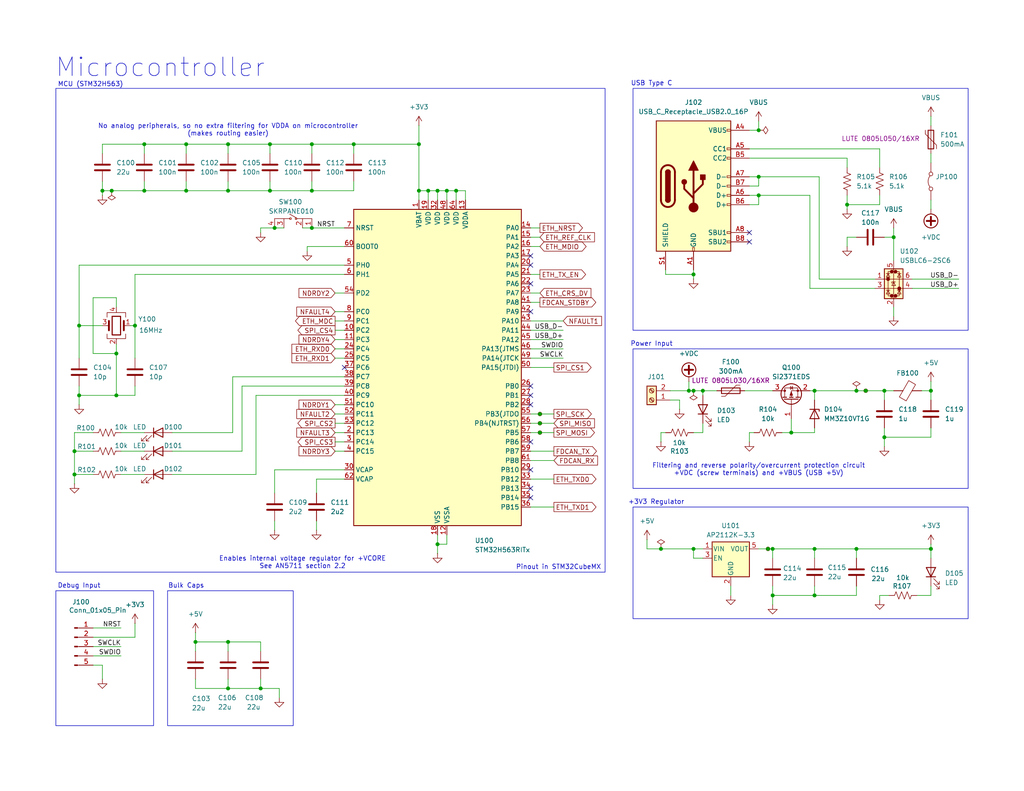
<source format=kicad_sch>
(kicad_sch (version 20250114) (generator "eeschema") (generator_version "9.0")
  (paper "USLetter")
  (title_block (title "Thermocouple Board") (date "2025-10-15") (rev "1A") (company "Aggie Propulsion and Rocketry Lab") (comment 1 "Drawn by: Nolan Poe") (comment 2 "Checked by: Daniel Fan"))
  (rectangle (start 172.72 138.43) (end 264.16 168.91))
  (rectangle (start 172.72 95.25) (end 264.16 133.35))
  (rectangle (start 172.72 24.13) (end 264.16 90.17))
  (rectangle (start 15.24 24.13) (end 165.1 156.21))
  (rectangle (start 45.72 161.29) (end 80.01 198.12))
  (rectangle (start 15.24 161.29) (end 41.91 198.12))
  (text "Microcontroller" (at 14.986 18.542 0) (effects (font (size 5.08 5.08)) (justify left)))
  (text "Debug Input" (at 21.59 160.02 0) (effects (font (size 1.27 1.27))))
  (text "Power Input" (at 177.8 93.98 0) (effects (font (size 1.27 1.27))))
  (text "+3V3 Regulator" (at 179.07 137.16 0) (effects (font (size 1.27 1.27))))
  (text "Pinout in STM32CubeMX" (at 152.4 154.94 0) (effects (font (size 1.27 1.27))))
  (text "Enables internal voltage regulator for +VCORE\nSee AN5711 section 2.2" (at 82.55 153.67 0) (effects (font (size 1.27 1.27))))
  (text "No analog peripherals, so no extra filtering for VDDA on microcontroller\n(makes routing easier)" (at 62.23 35.56 0) (effects (font (size 1.27 1.27))))
  (text "Bulk Caps" (at 50.8 160.02 0) (effects (font (size 1.27 1.27))))
  (text "Filtering and reverse polarity/overcurrent protection circuit\n+VDC (screw terminals) and +VBUS (USB +5V)" (at 207.01 128.27 0) (effects (font (size 1.27 1.27))))
  (text "USB Type C" (at 177.8 22.86 0) (effects (font (size 1.27 1.27))))
  (text "MCU (STM32H563)" (at 15.748 23.114 0) (effects (font (size 1.27 1.27)) (justify left)))
  (junction (at 31.75 107.95))
  (junction (at 241.3 106.68))
  (junction (at 36.83 88.9))
  (junction (at 191.77 106.68))
  (junction (at 254 106.68))
  (junction (at 20.32 123.19))
  (junction (at 124.46 52.07))
  (junction (at 116.84 52.07))
  (junction (at 114.3 39.37))
  (junction (at 85.09 52.07))
  (junction (at 243.84 64.77))
  (junction (at 50.8 39.37))
  (junction (at 21.59 107.95))
  (junction (at 39.37 52.07))
  (junction (at 147.32 115.57))
  (junction (at 209.55 149.86))
  (junction (at 222.25 162.56))
  (junction (at 71.12 187.96))
  (junction (at 210.82 162.56))
  (junction (at 27.94 52.07))
  (junction (at 231.14 55.88))
  (junction (at 31.75 96.52))
  (junction (at 96.52 39.37))
  (junction (at 180.34 149.86))
  (junction (at 207.01 35.56))
  (junction (at 119.38 52.07))
  (junction (at 147.32 113.03))
  (junction (at 222.25 149.86))
  (junction (at 121.92 52.07))
  (junction (at 147.32 118.11))
  (junction (at 222.25 106.68))
  (junction (at 85.09 62.23))
  (junction (at 62.23 175.26))
  (junction (at 189.23 74.93))
  (junction (at 30.48 52.07))
  (junction (at 119.38 148.59))
  (junction (at 53.34 175.26))
  (junction (at 85.09 39.37))
  (junction (at 207.01 48.26))
  (junction (at 254 149.86))
  (junction (at 215.9 118.11))
  (junction (at 39.37 39.37))
  (junction (at 62.23 52.07))
  (junction (at 62.23 187.96))
  (junction (at 210.82 149.86))
  (junction (at 62.23 39.37))
  (junction (at 241.3 119.38))
  (junction (at 233.68 106.68))
  (junction (at 114.3 52.07))
  (junction (at 189.23 106.68))
  (junction (at 50.8 52.07))
  (junction (at 187.96 106.68))
  (junction (at 73.66 52.07))
  (junction (at 233.68 149.86))
  (junction (at 20.32 129.54))
  (junction (at 73.66 39.37))
  (junction (at 207.01 53.34))
  (junction (at 74.93 62.23))
  (junction (at 189.23 149.86))
  (junction (at 236.22 106.68))
  (junction (at 21.59 88.9))
  (no_connect (at 93.98 100.33))
  (no_connect (at 204.47 63.5))
  (no_connect (at 204.47 66.04))
  (no_connect (at 144.78 110.49))
  (no_connect (at 144.78 85.09))
  (no_connect (at 144.78 133.35))
  (no_connect (at 144.78 120.65))
  (no_connect (at 144.78 107.95))
  (no_connect (at 144.78 69.85))
  (no_connect (at 144.78 135.89))
  (no_connect (at 144.78 105.41))
  (no_connect (at 144.78 77.47))
  (no_connect (at 144.78 72.39))
  (no_connect (at 144.78 128.27))
  (wire (pts (xy 21.59 107.95) (xy 31.75 107.95)))
  (wire (pts (xy 191.77 107.95) (xy 191.77 106.68)))
  (wire (pts (xy 248.92 76.2) (xy 261.62 76.2)))
  (wire (pts (xy 36.83 74.93) (xy 36.83 88.9)))
  (wire (pts (xy 119.38 52.07) (xy 119.38 54.61)))
  (wire (pts (xy 46.99 118.11) (xy 63.5 118.11)))
  (wire (pts (xy 181.61 118.11) (xy 180.34 118.11)))
  (wire (pts (xy 93.98 130.81) (xy 86.36 130.81)))
  (wire (pts (xy 62.23 52.07) (xy 62.23 49.53)))
  (wire (pts (xy 53.34 177.8) (xy 53.34 175.26)))
  (wire (pts (xy 20.32 118.11) (xy 20.32 123.19)))
  (wire (pts (xy 254 41.91) (xy 254 44.45)))
  (wire (pts (xy 240.03 162.56) (xy 242.57 162.56)))
  (wire (pts (xy 39.37 52.07) (xy 50.8 52.07)))
  (wire (pts (xy 231.14 43.18) (xy 231.14 45.72)))
  (wire (pts (xy 119.38 148.59) (xy 119.38 146.05)))
  (wire (pts (xy 204.47 48.26) (xy 207.01 48.26)))
  (wire (pts (xy 74.93 144.78) (xy 74.93 142.24)))
  (wire (pts (xy 21.59 105.41) (xy 21.59 107.95)))
  (wire (pts (xy 91.44 97.79) (xy 93.98 97.79)))
  (wire (pts (xy 254 57.15) (xy 254 54.61)))
  (wire (pts (xy 27.94 49.53) (xy 27.94 52.07)))
  (wire (pts (xy 71.12 187.96) (xy 76.2 187.96)))
  (wire (pts (xy 85.09 62.23) (xy 93.98 62.23)))
  (wire (pts (xy 73.66 39.37) (xy 73.66 41.91)))
  (wire (pts (xy 66.04 105.41) (xy 93.98 105.41)))
  (wire (pts (xy 124.46 52.07) (xy 124.46 54.61)))
  (wire (pts (xy 187.96 106.68) (xy 187.96 104.14)))
  (wire (pts (xy 151.13 125.73) (xy 144.78 125.73)))
  (wire (pts (xy 96.52 39.37) (xy 114.3 39.37)))
  (wire (pts (xy 254 148.59) (xy 254 149.86)))
  (wire (pts (xy 204.47 118.11) (xy 204.47 120.65)))
  (wire (pts (xy 91.44 110.49) (xy 93.98 110.49)))
  (wire (pts (xy 31.75 81.28) (xy 25.4 81.28)))
  (wire (pts (xy 50.8 52.07) (xy 50.8 49.53)))
  (wire (pts (xy 220.98 53.34) (xy 220.98 78.74)))
  (wire (pts (xy 209.55 149.86) (xy 210.82 149.86)))
  (wire (pts (xy 25.4 173.99) (xy 36.83 173.99)))
  (wire (pts (xy 21.59 110.49) (xy 21.59 107.95)))
  (wire (pts (xy 27.94 39.37) (xy 39.37 39.37)))
  (wire (pts (xy 231.14 53.34) (xy 231.14 55.88)))
  (wire (pts (xy 85.09 39.37) (xy 85.09 41.91)))
  (wire (pts (xy 248.92 78.74) (xy 261.62 78.74)))
  (wire (pts (xy 114.3 39.37) (xy 114.3 52.07)))
  (wire (pts (xy 240.03 40.64) (xy 240.03 45.72)))
  (wire (pts (xy 151.13 130.81) (xy 144.78 130.81)))
  (wire (pts (xy 254 106.68) (xy 254 109.22)))
  (wire (pts (xy 151.13 115.57) (xy 147.32 115.57)))
  (wire (pts (xy 210.82 160.02) (xy 210.82 162.56)))
  (wire (pts (xy 222.25 118.11) (xy 222.25 116.84)))
  (wire (pts (xy 176.53 149.86) (xy 180.34 149.86)))
  (wire (pts (xy 207.01 33.02) (xy 207.01 35.56)))
  (wire (pts (xy 144.78 92.71) (xy 153.67 92.71)))
  (wire (pts (xy 63.5 102.87) (xy 93.98 102.87)))
  (wire (pts (xy 241.3 64.77) (xy 243.84 64.77)))
  (wire (pts (xy 124.46 52.07) (xy 121.92 52.07)))
  (wire (pts (xy 204.47 53.34) (xy 207.01 53.34)))
  (wire (pts (xy 127 54.61) (xy 127 52.07)))
  (wire (pts (xy 147.32 113.03) (xy 144.78 113.03)))
  (wire (pts (xy 210.82 149.86) (xy 222.25 149.86)))
  (wire (pts (xy 27.94 39.37) (xy 27.94 41.91)))
  (wire (pts (xy 53.34 187.96) (xy 62.23 187.96)))
  (wire (pts (xy 39.37 52.07) (xy 39.37 49.53)))
  (wire (pts (xy 231.14 55.88) (xy 231.14 57.15)))
  (wire (pts (xy 114.3 52.07) (xy 114.3 54.61)))
  (wire (pts (xy 243.84 62.23) (xy 243.84 64.77)))
  (wire (pts (xy 83.82 67.31) (xy 93.98 67.31)))
  (wire (pts (xy 119.38 151.13) (xy 119.38 148.59)))
  (wire (pts (xy 74.93 128.27) (xy 74.93 134.62)))
  (wire (pts (xy 69.85 107.95) (xy 93.98 107.95)))
  (wire (pts (xy 50.8 39.37) (xy 62.23 39.37)))
  (wire (pts (xy 254 162.56) (xy 254 160.02)))
  (wire (pts (xy 210.82 162.56) (xy 222.25 162.56)))
  (wire (pts (xy 50.8 39.37) (xy 50.8 41.91)))
  (wire (pts (xy 85.09 52.07) (xy 85.09 49.53)))
  (wire (pts (xy 27.94 52.07) (xy 30.48 52.07)))
  (wire (pts (xy 50.8 52.07) (xy 62.23 52.07)))
  (wire (pts (xy 210.82 162.56) (xy 210.82 165.1)))
  (wire (pts (xy 222.25 106.68) (xy 222.25 109.22)))
  (wire (pts (xy 243.84 64.77) (xy 243.84 71.12)))
  (wire (pts (xy 36.83 88.9) (xy 36.83 97.79)))
  (wire (pts (xy 121.92 52.07) (xy 121.92 54.61)))
  (wire (pts (xy 189.23 152.4) (xy 189.23 149.86)))
  (wire (pts (xy 151.13 100.33) (xy 144.78 100.33)))
  (wire (pts (xy 39.37 41.91) (xy 39.37 39.37)))
  (wire (pts (xy 25.4 81.28) (xy 25.4 96.52)))
  (wire (pts (xy 39.37 39.37) (xy 50.8 39.37)))
  (wire (pts (xy 147.32 115.57) (xy 144.78 115.57)))
  (wire (pts (xy 91.44 120.65) (xy 93.98 120.65)))
  (wire (pts (xy 215.9 118.11) (xy 222.25 118.11)))
  (wire (pts (xy 207.01 55.88) (xy 207.01 53.34)))
  (wire (pts (xy 31.75 83.82) (xy 31.75 81.28)))
  (wire (pts (xy 91.44 80.01) (xy 93.98 80.01)))
  (wire (pts (xy 210.82 149.86) (xy 210.82 152.4)))
  (wire (pts (xy 223.52 76.2) (xy 238.76 76.2)))
  (wire (pts (xy 21.59 72.39) (xy 21.59 88.9)))
  (wire (pts (xy 127 52.07) (xy 124.46 52.07)))
  (wire (pts (xy 62.23 52.07) (xy 73.66 52.07)))
  (wire (pts (xy 233.68 149.86) (xy 254 149.86)))
  (wire (pts (xy 116.84 52.07) (xy 114.3 52.07)))
  (wire (pts (xy 71.12 62.23) (xy 74.93 62.23)))
  (wire (pts (xy 62.23 175.26) (xy 71.12 175.26)))
  (wire (pts (xy 251.46 106.68) (xy 254 106.68)))
  (wire (pts (xy 144.78 62.23) (xy 147.32 62.23)))
  (wire (pts (xy 66.04 105.41) (xy 66.04 123.19)))
  (wire (pts (xy 233.68 162.56) (xy 233.68 160.02)))
  (wire (pts (xy 181.61 74.93) (xy 181.61 73.66)))
  (wire (pts (xy 222.25 149.86) (xy 222.25 152.4)))
  (wire (pts (xy 250.19 162.56) (xy 254 162.56)))
  (wire (pts (xy 207.01 50.8) (xy 207.01 48.26)))
  (wire (pts (xy 151.13 113.03) (xy 147.32 113.03)))
  (wire (pts (xy 27.94 181.61) (xy 27.94 185.42)))
  (wire (pts (xy 71.12 62.23) (xy 71.12 63.5)))
  (wire (pts (xy 144.78 82.55) (xy 147.32 82.55)))
  (wire (pts (xy 91.44 123.19) (xy 93.98 123.19)))
  (wire (pts (xy 189.23 106.68) (xy 191.77 106.68)))
  (wire (pts (xy 121.92 148.59) (xy 119.38 148.59)))
  (wire (pts (xy 91.44 87.63) (xy 93.98 87.63)))
  (wire (pts (xy 191.77 118.11) (xy 189.23 118.11)))
  (wire (pts (xy 69.85 129.54) (xy 69.85 107.95)))
  (wire (pts (xy 215.9 114.3) (xy 215.9 118.11)))
  (wire (pts (xy 91.44 95.25) (xy 93.98 95.25)))
  (wire (pts (xy 243.84 83.82) (xy 243.84 86.36)))
  (wire (pts (xy 153.67 97.79) (xy 144.78 97.79)))
  (wire (pts (xy 85.09 52.07) (xy 96.52 52.07)))
  (wire (pts (xy 231.14 64.77) (xy 231.14 67.31)))
  (wire (pts (xy 91.44 115.57) (xy 93.98 115.57)))
  (wire (pts (xy 91.44 113.03) (xy 93.98 113.03)))
  (wire (pts (xy 144.78 90.17) (xy 153.67 90.17)))
  (wire (pts (xy 215.9 118.11) (xy 213.36 118.11)))
  (wire (pts (xy 62.23 39.37) (xy 62.23 41.91)))
  (wire (pts (xy 207.01 53.34) (xy 220.98 53.34)))
  (wire (pts (xy 121.92 52.07) (xy 119.38 52.07)))
  (wire (pts (xy 73.66 52.07) (xy 73.66 49.53)))
  (wire (pts (xy 73.66 52.07) (xy 85.09 52.07)))
  (wire (pts (xy 35.56 88.9) (xy 36.83 88.9)))
  (wire (pts (xy 21.59 88.9) (xy 27.94 88.9)))
  (wire (pts (xy 46.99 129.54) (xy 69.85 129.54)))
  (wire (pts (xy 147.32 80.01) (xy 144.78 80.01)))
  (wire (pts (xy 241.3 119.38) (xy 241.3 116.84)))
  (wire (pts (xy 33.02 129.54) (xy 39.37 129.54)))
  (wire (pts (xy 199.39 162.56) (xy 199.39 160.02)))
  (wire (pts (xy 191.77 152.4) (xy 189.23 152.4)))
  (wire (pts (xy 207.01 149.86) (xy 209.55 149.86)))
  (wire (pts (xy 86.36 144.78) (xy 86.36 142.24)))
  (wire (pts (xy 31.75 96.52) (xy 31.75 107.95)))
  (wire (pts (xy 189.23 73.66) (xy 189.23 74.93)))
  (wire (pts (xy 62.23 39.37) (xy 73.66 39.37)))
  (wire (pts (xy 25.4 176.53) (xy 33.02 176.53)))
  (wire (pts (xy 36.83 74.93) (xy 93.98 74.93)))
  (wire (pts (xy 189.23 74.93) (xy 189.23 76.2)))
  (wire (pts (xy 220.98 106.68) (xy 222.25 106.68)))
  (wire (pts (xy 233.68 149.86) (xy 222.25 149.86)))
  (wire (pts (xy 53.34 185.42) (xy 53.34 187.96)))
  (wire (pts (xy 116.84 54.61) (xy 116.84 52.07)))
  (wire (pts (xy 204.47 35.56) (xy 207.01 35.56)))
  (wire (pts (xy 91.44 92.71) (xy 93.98 92.71)))
  (wire (pts (xy 182.88 109.22) (xy 185.42 109.22)))
  (wire (pts (xy 31.75 96.52) (xy 31.75 93.98)))
  (wire (pts (xy 96.52 39.37) (xy 96.52 41.91)))
  (wire (pts (xy 21.59 72.39) (xy 93.98 72.39)))
  (wire (pts (xy 180.34 118.11) (xy 180.34 120.65)))
  (wire (pts (xy 147.32 67.31) (xy 144.78 67.31)))
  (wire (pts (xy 62.23 185.42) (xy 62.23 187.96)))
  (wire (pts (xy 83.82 67.31) (xy 83.82 68.58)))
  (wire (pts (xy 82.55 62.23) (xy 85.09 62.23)))
  (wire (pts (xy 121.92 146.05) (xy 121.92 148.59)))
  (wire (pts (xy 21.59 88.9) (xy 21.59 97.79)))
  (wire (pts (xy 73.66 39.37) (xy 85.09 39.37)))
  (wire (pts (xy 76.2 190.5) (xy 76.2 187.96)))
  (wire (pts (xy 71.12 185.42) (xy 71.12 187.96)))
  (wire (pts (xy 30.48 52.07) (xy 39.37 52.07)))
  (wire (pts (xy 151.13 138.43) (xy 144.78 138.43)))
  (wire (pts (xy 91.44 85.09) (xy 93.98 85.09)))
  (wire (pts (xy 62.23 175.26) (xy 62.23 177.8)))
  (wire (pts (xy 147.32 64.77) (xy 144.78 64.77)))
  (wire (pts (xy 20.32 123.19) (xy 20.32 129.54)))
  (wire (pts (xy 20.32 118.11) (xy 25.4 118.11)))
  (wire (pts (xy 25.4 179.07) (xy 33.02 179.07)))
  (wire (pts (xy 233.68 106.68) (xy 236.22 106.68)))
  (wire (pts (xy 74.93 62.23) (xy 77.47 62.23)))
  (wire (pts (xy 147.32 74.93) (xy 144.78 74.93)))
  (wire (pts (xy 153.67 95.25) (xy 144.78 95.25)))
  (wire (pts (xy 63.5 118.11) (xy 63.5 102.87)))
  (wire (pts (xy 254 31.75) (xy 254 34.29)))
  (wire (pts (xy 86.36 130.81) (xy 86.36 134.62)))
  (wire (pts (xy 220.98 78.74) (xy 238.76 78.74)))
  (wire (pts (xy 254 104.14) (xy 254 106.68)))
  (wire (pts (xy 62.23 187.96) (xy 71.12 187.96)))
  (wire (pts (xy 241.3 121.92) (xy 241.3 119.38)))
  (wire (pts (xy 222.25 106.68) (xy 233.68 106.68)))
  (wire (pts (xy 31.75 107.95) (xy 36.83 107.95)))
  (wire (pts (xy 233.68 149.86) (xy 233.68 152.4)))
  (wire (pts (xy 231.14 64.77) (xy 233.68 64.77)))
  (wire (pts (xy 20.32 132.08) (xy 20.32 129.54)))
  (wire (pts (xy 20.32 129.54) (xy 25.4 129.54)))
  (wire (pts (xy 91.44 118.11) (xy 93.98 118.11)))
  (wire (pts (xy 254 119.38) (xy 254 116.84)))
  (wire (pts (xy 25.4 171.45) (xy 33.02 171.45)))
  (wire (pts (xy 254 152.4) (xy 254 149.86)))
  (wire (pts (xy 27.94 53.34) (xy 27.94 52.07)))
  (wire (pts (xy 180.34 149.86) (xy 189.23 149.86)))
  (wire (pts (xy 240.03 163.83) (xy 240.03 162.56)))
  (wire (pts (xy 222.25 160.02) (xy 222.25 162.56)))
  (wire (pts (xy 96.52 52.07) (xy 96.52 49.53)))
  (wire (pts (xy 36.83 173.99) (xy 36.83 170.18)))
  (wire (pts (xy 74.93 128.27) (xy 93.98 128.27)))
  (wire (pts (xy 91.44 90.17) (xy 93.98 90.17)))
  (wire (pts (xy 189.23 149.86) (xy 191.77 149.86)))
  (wire (pts (xy 85.09 39.37) (xy 96.52 39.37)))
  (wire (pts (xy 33.02 123.19) (xy 39.37 123.19)))
  (wire (pts (xy 222.25 162.56) (xy 233.68 162.56)))
  (wire (pts (xy 204.47 40.64) (xy 240.03 40.64)))
  (wire (pts (xy 53.34 175.26) (xy 53.34 172.72)))
  (wire (pts (xy 27.94 181.61) (xy 25.4 181.61)))
  (wire (pts (xy 207.01 48.26) (xy 223.52 48.26)))
  (wire (pts (xy 204.47 55.88) (xy 207.01 55.88)))
  (wire (pts (xy 153.67 87.63) (xy 144.78 87.63)))
  (wire (pts (xy 236.22 106.68) (xy 241.3 106.68)))
  (wire (pts (xy 151.13 118.11) (xy 147.32 118.11)))
  (wire (pts (xy 210.82 106.68) (xy 203.2 106.68)))
  (wire (pts (xy 33.02 118.11) (xy 39.37 118.11)))
  (wire (pts (xy 176.53 149.86) (xy 176.53 147.32)))
  (wire (pts (xy 185.42 109.22) (xy 185.42 111.76)))
  (wire (pts (xy 71.12 177.8) (xy 71.12 175.26)))
  (wire (pts (xy 241.3 119.38) (xy 254 119.38)))
  (wire (pts (xy 114.3 39.37) (xy 114.3 34.29)))
  (wire (pts (xy 204.47 43.18) (xy 231.14 43.18)))
  (wire (pts (xy 231.14 55.88) (xy 240.03 55.88)))
  (wire (pts (xy 20.32 123.19) (xy 25.4 123.19)))
  (wire (pts (xy 182.88 106.68) (xy 187.96 106.68)))
  (wire (pts (xy 204.47 50.8) (xy 207.01 50.8)))
  (wire (pts (xy 46.99 123.19) (xy 66.04 123.19)))
  (wire (pts (xy 119.38 52.07) (xy 116.84 52.07)))
  (wire (pts (xy 243.84 106.68) (xy 241.3 106.68)))
  (wire (pts (xy 205.74 118.11) (xy 204.47 118.11)))
  (wire (pts (xy 223.52 48.26) (xy 223.52 76.2)))
  (wire (pts (xy 151.13 123.19) (xy 144.78 123.19)))
  (wire (pts (xy 241.3 106.68) (xy 241.3 109.22)))
  (wire (pts (xy 147.32 118.11) (xy 144.78 118.11)))
  (wire (pts (xy 25.4 96.52) (xy 31.75 96.52)))
  (wire (pts (xy 240.03 55.88) (xy 240.03 53.34)))
  (wire (pts (xy 191.77 115.57) (xy 191.77 118.11)))
  (wire (pts (xy 36.83 107.95) (xy 36.83 105.41)))
  (wire (pts (xy 53.34 175.26) (xy 62.23 175.26)))
  (wire (pts (xy 181.61 74.93) (xy 189.23 74.93)))
  (wire (pts (xy 191.77 106.68) (xy 195.58 106.68)))
  (wire (pts (xy 187.96 106.68) (xy 189.23 106.68)))
  (label "SWCLK" (at 153.67 97.79 180))
  (label "SWDIO" (at 153.67 95.25 180))
  (label "USB_D-" (at 261.62 76.2 180))
  (label "USB_D-" (at 153.67 90.17 180))
  (label "SWCLK" (at 33.02 176.53 180))
  (label "USB_D+" (at 261.62 78.74 180))
  (label "NRST" (at 91.44 62.23 180))
  (label "USB_D+" (at 153.67 92.71 180))
  (label "SWDIO" (at 33.02 179.07 180))
  (label "NRST" (at 33.02 171.45 180))
  (global_label "SPI_CS1" (shape output) (at 151.13 100.33 0) (property "Intersheetrefs" "${INTERSHEET_REFS}" (effects (hide yes))))
  (global_label "ETH_TXD1" (shape output) (at 151.13 138.43 0) (property "Intersheetrefs" "${INTERSHEET_REFS}" (effects (hide yes))))
  (global_label "NFAULT1" (shape input) (at 153.67 87.63 0) (property "Intersheetrefs" "${INTERSHEET_REFS}" (effects (hide yes))))
  (global_label "ETH_TXD0" (shape output) (at 151.13 130.81 0) (property "Intersheetrefs" "${INTERSHEET_REFS}" (effects (hide yes))))
  (global_label "NFAULT2" (shape input) (at 91.44 113.03 180) (property "Intersheetrefs" "${INTERSHEET_REFS}" (effects (hide yes))))
  (global_label "SPI_SCK" (shape output) (at 151.13 113.03 0) (property "Intersheetrefs" "${INTERSHEET_REFS}" (effects (hide yes))))
  (global_label "FDCAN_STDBY" (shape output) (at 147.32 82.55 0) (property "Intersheetrefs" "${INTERSHEET_REFS}" (effects (hide yes))))
  (global_label "ETH_RXD0" (shape input) (at 91.44 95.25 180) (property "Intersheetrefs" "${INTERSHEET_REFS}" (effects (hide yes))))
  (global_label "ETH_MDC" (shape output) (at 91.44 87.63 180) (property "Intersheetrefs" "${INTERSHEET_REFS}" (effects (hide yes))))
  (global_label "NFAULT3" (shape input) (at 91.44 118.11 180) (property "Intersheetrefs" "${INTERSHEET_REFS}" (effects (hide yes))))
  (global_label "SPI_MISO" (shape input) (at 151.13 115.57 0) (property "Intersheetrefs" "${INTERSHEET_REFS}" (effects (hide yes))))
  (global_label "NDRDY4" (shape input) (at 91.44 92.71 180) (property "Intersheetrefs" "${INTERSHEET_REFS}" (effects (hide yes))))
  (global_label "ETH_TX_EN" (shape output) (at 147.32 74.93 0) (property "Intersheetrefs" "${INTERSHEET_REFS}" (effects (hide yes))))
  (global_label "FDCAN_RX" (shape input) (at 151.13 125.73 0) (property "Intersheetrefs" "${INTERSHEET_REFS}" (effects (hide yes))))
  (global_label "SPI_CS4" (shape output) (at 91.44 90.17 180) (property "Intersheetrefs" "${INTERSHEET_REFS}" (effects (hide yes))))
  (global_label "SPI_CS3" (shape output) (at 91.44 120.65 180) (property "Intersheetrefs" "${INTERSHEET_REFS}" (effects (hide yes))))
  (global_label "ETH_MDIO" (shape bidirectional) (at 147.32 67.31 0) (property "Intersheetrefs" "${INTERSHEET_REFS}" (effects (hide yes))))
  (global_label "NDRDY3" (shape input) (at 91.44 123.19 180) (property "Intersheetrefs" "${INTERSHEET_REFS}" (effects (hide yes))))
  (global_label "SPI_MOSI" (shape output) (at 151.13 118.11 0) (property "Intersheetrefs" "${INTERSHEET_REFS}" (effects (hide yes))))
  (global_label "NDRDY2" (shape input) (at 91.44 80.01 180) (property "Intersheetrefs" "${INTERSHEET_REFS}" (effects (hide yes))))
  (global_label "FDCAN_TX" (shape output) (at 151.13 123.19 0) (property "Intersheetrefs" "${INTERSHEET_REFS}" (effects (hide yes))))
  (global_label "NFAULT4" (shape input) (at 91.44 85.09 180) (property "Intersheetrefs" "${INTERSHEET_REFS}" (effects (hide yes))))
  (global_label "NDRDY1" (shape input) (at 91.44 110.49 180) (property "Intersheetrefs" "${INTERSHEET_REFS}" (effects (hide yes))))
  (global_label "ETH_REF_CLK" (shape input) (at 147.32 64.77 0) (property "Intersheetrefs" "${INTERSHEET_REFS}" (effects (hide yes))))
  (global_label "SPI_CS2" (shape output) (at 91.44 115.57 180) (property "Intersheetrefs" "${INTERSHEET_REFS}" (effects (hide yes))))
  (global_label "ETH_NRST" (shape output) (at 147.32 62.23 0) (property "Intersheetrefs" "${INTERSHEET_REFS}" (effects (hide yes))))
  (global_label "ETH_RXD1" (shape input) (at 91.44 97.79 180) (property "Intersheetrefs" "${INTERSHEET_REFS}" (effects (hide yes))))
  (global_label "ETH_CRS_DV" (shape input) (at 147.32 80.01 0) (property "Intersheetrefs" "${INTERSHEET_REFS}" (effects (hide yes))))
  (symbol (lib_id "Device:C") (at 233.68 156.21 180) (unit 1)
    (property "Reference" "C116" (at 237.49 155.448 0) (effects (justify right)))
    (property "Value" "22u" (at 237.744 157.988 0) (effects (justify right)))
    (property "Footprint" "Capacitor_SMD:C_0805_2012Metric" (effects (hide yes)))
    (property "Description" "Unpolarized capacitor" (effects (hide yes)))
    (property "LCSC" "C602037" (effects (hide yes)))
  )
  (symbol (lib_id "Device:C") (at 50.8 45.72 0) (unit 1)
    (property "Reference" "C102" (at 54.61 44.4499 0) (effects (justify left)))
    (property "Value" "100n" (at 54.61 46.9899 0) (effects (justify left)))
    (property "Footprint" "Capacitor_SMD:C_0402_1005Metric" (effects (hide yes)))
    (property "Description" "Unpolarized capacitor" (effects (hide yes)))
    (property "LCSC" "C1525" (effects (hide yes)))
  )
  (symbol (lib_id "Jumper:Jumper_2_Bridged") (at 254 49.53 90) (unit 1)
    (property "Reference" "JP100" (at 255.27 48.2599 90) (effects (justify right)))
    (property "Value" "Jumper_2_Bridged" (effects (hide yes)))
    (property "Footprint" "Connector_PinHeader_2.54mm:PinHeader_1x02_P2.54mm_Vertical" (effects (hide yes)))
    (property "Description" "Jumper, 2-pole, closed/bridged" (effects (hide yes)))
    (property "LCSC" "C2337" (effects (hide yes)))
  )
  (symbol (lib_id "Device:C") (at 96.52 45.72 0) (unit 1)
    (property "Reference" "C113" (at 100.33 44.4499 0) (effects (justify left)))
    (property "Value" "100n" (at 100.33 46.9899 0) (effects (justify left)))
    (property "Footprint" "Capacitor_SMD:C_0402_1005Metric" (effects (hide yes)))
    (property "Description" "Unpolarized capacitor" (effects (hide yes)))
    (property "LCSC" "C1525" (effects (hide yes)))
  )
  (symbol (lib_id "power:GND") (at 185.42 111.76 0) (unit 1)
    (property "Reference" "#PWR0115" (effects (hide yes)))
    (property "Value" "GND" (effects (hide yes)))
    (property "Description" "Power symbol creates a global label with name \"GND\" , ground" (effects (hide yes)))
  )
  (symbol (lib_id "power:+5V") (at 53.34 172.72 0) (unit 1)
    (property "Reference" "#PWR0103" (effects (hide yes)))
    (property "Value" "+5V" (at 53.34 167.64 0))
    (property "Description" "Power symbol creates a global label with name \"+5V\"" (effects (hide yes)))
  )
  (symbol (lib_id "Device:LED") (at 254 156.21 90) (unit 1)
    (property "Reference" "D105" (at 257.81 156.5274 90) (effects (justify right)))
    (property "Value" "LED" (at 257.81 159.0674 90) (effects (justify right)))
    (property "Footprint" "LED_SMD:LED_0402_1005Metric" (effects (hide yes)))
    (property "Description" "Light emitting diode" (effects (hide yes)))
    (property "Sim.Pins" "1=K 2=A" (effects (hide yes)))
    (property "LCSC" "C965793" (effects (hide yes)))
  )
  (symbol (lib_id "power:GND") (at 119.38 151.13 0) (unit 1)
    (property "Reference" "#PWR0112" (effects (hide yes)))
    (property "Value" "GND" (effects (hide yes)))
    (property "Description" "Power symbol creates a global label with name \"GND\" , ground" (effects (hide yes)))
  )
  (symbol (lib_id "power:GND") (at 74.93 144.78 0) (unit 1)
    (property "Reference" "#PWR0106" (effects (hide yes)))
    (property "Value" "GND" (effects (hide yes)))
    (property "Description" "Power symbol creates a global label with name \"GND\" , ground" (effects (hide yes)))
  )
  (symbol (lib_id "power:+5V") (at 176.53 147.32 0) (unit 1)
    (property "Reference" "#PWR0113" (effects (hide yes)))
    (property "Value" "+5V" (at 176.53 142.24 0))
    (property "Description" "Power symbol creates a global label with name \"+5V\"" (effects (hide yes)))
  )
  (symbol (lib_id "power:GND") (at 20.32 132.08 0) (unit 1)
    (property "Reference" "#PWR0111" (effects (hide yes)))
    (property "Value" "GND" (effects (hide yes)))
    (property "Description" "Power symbol creates a global label with name \"GND\" , ground" (effects (hide yes)))
  )
  (symbol (lib_id "Device:C") (at 39.37 45.72 0) (unit 1)
    (property "Reference" "C101" (at 43.18 44.4499 0) (effects (justify left)))
    (property "Value" "100n" (at 43.18 46.9899 0) (effects (justify left)))
    (property "Footprint" "Capacitor_SMD:C_0402_1005Metric" (effects (hide yes)))
    (property "Description" "Unpolarized capacitor" (effects (hide yes)))
    (property "LCSC" "C1525" (effects (hide yes)))
  )
  (symbol (lib_id "power:PWR_FLAG") (at 180.34 149.86 0) (unit 1)
    (property "Reference" "#FLG0101" (effects (hide yes)))
    (property "Value" "PWR_FLAG" (effects (hide yes)))
    (property "Description" "Special symbol for telling ERC where power comes from" (effects (hide yes)))
  )
  (symbol (lib_id "Device:C") (at 21.59 101.6 0) (unit 1)
    (property "Reference" "C104" (at 25.4 100.3299 0) (effects (justify left)))
    (property "Value" "10p" (at 25.4 102.8699 0) (effects (justify left)))
    (property "Footprint" "Capacitor_SMD:C_0402_1005Metric" (effects (hide yes)))
    (property "Description" "Unpolarized capacitor" (effects (hide yes)))
    (property "LCSC" "C32949" (effects (hide yes)))
  )
  (symbol (lib_id "power:+5V") (at 254 104.14 0) (unit 1)
    (property "Reference" "#PWR0131" (effects (hide yes)))
    (property "Value" "+5V" (at 254 99.06 0))
    (property "Description" "Power symbol creates a global label with name \"+5V\"" (effects (hide yes)))
  )
  (symbol (lib_id "power:+VDC") (at 187.96 104.14 0) (unit 1)
    (property "Reference" "#PWR0117" (effects (hide yes)))
    (property "Value" "+VDC" (at 187.96 96.52 0))
    (property "Description" "Power symbol creates a global label with name \"+VDC\"" (effects (hide yes)))
  )
  (symbol (lib_id "power:PWR_FLAG") (at 207.01 35.56 270) (unit 1)
    (property "Reference" "#FLG0103" (effects (hide yes)))
    (property "Value" "PWR_FLAG" (effects (hide yes)))
    (property "Description" "Special symbol for telling ERC where power comes from" (effects (hide yes)))
  )
  (symbol (lib_id "Device:C") (at 222.25 156.21 180) (unit 1)
    (property "Reference" "C115" (at 225.806 154.94 0) (effects (justify right)))
    (property "Value" "22u" (at 225.806 157.48 0) (effects (justify right)))
    (property "Footprint" "Capacitor_SMD:C_0805_2012Metric" (effects (hide yes)))
    (property "Description" "Unpolarized capacitor" (effects (hide yes)))
    (property "LCSC" "C602037" (effects (hide yes)))
  )
  (symbol (lib_id "power:+3V3") (at 36.83 170.18 0) (unit 1)
    (property "Reference" "#PWR0102" (effects (hide yes)))
    (property "Value" "+3V3" (at 36.83 165.1 0))
    (property "Description" "Power symbol creates a global label with name \"+3V3\"" (effects (hide yes)))
  )
  (symbol (lib_id "power:VBUS") (at 243.84 62.23 0) (unit 1)
    (property "Reference" "#PWR0127" (effects (hide yes)))
    (property "Value" "VBUS" (at 243.84 57.15 0))
    (property "Description" "Power symbol creates a global label with name \"VBUS\"" (effects (hide yes)))
  )
  (symbol (lib_id "power:+3V3") (at 114.3 34.29 0) (unit 1)
    (property "Reference" "#PWR0110" (effects (hide yes)))
    (property "Value" "+3V3" (at 114.3 29.21 0))
    (property "Description" "Power symbol creates a global label with name \"+3V3\"" (effects (hide yes)))
  )
  (symbol (lib_id "Device:C") (at 62.23 181.61 180) (unit 1)
    (property "Reference" "C106" (at 59.436 190.5 0) (effects (justify right)))
    (property "Value" "22u" (at 59.436 193.04 0) (effects (justify right)))
    (property "Footprint" "Capacitor_SMD:C_0805_2012Metric" (effects (hide yes)))
    (property "Description" "Unpolarized capacitor" (effects (hide yes)))
    (property "LCSC" "C602037" (effects (hide yes)))
  )
  (symbol (lib_id "Connector:TestPoint_Small") (at 147.32 115.57 0) (unit 1) (in_bom no)
    (property "Reference" "TP101" (effects (hide yes)))
    (property "Value" "TestPoint_Small" (effects (hide yes)))
    (property "Footprint" "Library:TestPoint_Pad_D1.0mm" (effects (hide yes)))
    (property "Description" "test point" (effects (hide yes)))
  )
  (symbol (lib_id "Device:LED") (at 43.18 123.19 0) (unit 1)
    (property "Reference" "D101" (at 47.244 121.666 0))
    (property "Value" "LED" (at 38.1 121.666 0))
    (property "Footprint" "LED_SMD:LED_0402_1005Metric" (effects (hide yes)))
    (property "Description" "Light emitting diode" (effects (hide yes)))
    (property "Sim.Pins" "1=K 2=A" (effects (hide yes)))
    (property "LCSC" "C965793" (effects (hide yes)))
  )
  (symbol (lib_id "Device:R_US") (at 185.42 118.11 270) (unit 1)
    (property "Reference" "R103" (at 187.96 123.19 90) (effects (justify right)))
    (property "Value" "10k" (at 187.198 120.904 90) (effects (justify right)))
    (property "Footprint" "Resistor_SMD:R_0402_1005Metric" (effects (hide yes)))
    (property "Description" "Resistor, US symbol" (effects (hide yes)))
    (property "LCSC" "C105875" (effects (hide yes)))
  )
  (symbol (lib_id "Device:C") (at 85.09 45.72 0) (unit 1)
    (property "Reference" "C112" (at 88.9 44.4499 0) (effects (justify left)))
    (property "Value" "100n" (at 88.9 46.9899 0) (effects (justify left)))
    (property "Footprint" "Capacitor_SMD:C_0402_1005Metric" (effects (hide yes)))
    (property "Description" "Unpolarized capacitor" (effects (hide yes)))
    (property "LCSC" "C1525" (effects (hide yes)))
  )
  (symbol (lib_id "power:VBUS") (at 254 31.75 0) (unit 1)
    (property "Reference" "#PWR0129" (effects (hide yes)))
    (property "Value" "VBUS" (at 254 26.67 0))
    (property "Description" "Power symbol creates a global label with name \"VBUS\"" (effects (hide yes)))
  )
  (symbol (lib_id "Connector:USB_C_Receptacle_USB2.0_16P") (at 189.23 50.8 0) (unit 1)
    (property "Reference" "J102" (at 189.23 27.94 0))
    (property "Value" "USB_C_Receptacle_USB2.0_16P" (at 189.23 30.48 0))
    (property "Footprint" "Library:USB_C_Receptacle_HRO_TYPE-C-31-M-12" (effects (hide yes)))
    (property "Datasheet" "https://www.usb.org/sites/default/files/documents/usb_type-c.zip" (effects (hide yes)))
    (property "Description" "USB 2.0-only 16P Type-C Receptacle connector" (effects (hide yes)))
    (property "LCSC" "C165948" (effects (hide yes)))
  )
  (symbol (lib_id "Device:R_US") (at 29.21 129.54 90) (unit 1)
    (property "Reference" "R102" (at 21.082 128.27 90) (effects (justify right)))
    (property "Value" "10k" (at 31.242 128.016 90) (effects (justify right)))
    (property "Footprint" "Resistor_SMD:R_0402_1005Metric" (effects (hide yes)))
    (property "Description" "Resistor, US symbol" (effects (hide yes)))
    (property "LCSC" "C105875" (effects (hide yes)))
  )
  (symbol (lib_id "Device:C") (at 71.12 181.61 180) (unit 1)
    (property "Reference" "C108" (at 66.802 190.5 0) (effects (justify right)))
    (property "Value" "22u" (at 67.31 193.04 0) (effects (justify right)))
    (property "Footprint" "Capacitor_SMD:C_0805_2012Metric" (effects (hide yes)))
    (property "Description" "Unpolarized capacitor" (effects (hide yes)))
    (property "LCSC" "C602037" (effects (hide yes)))
  )
  (symbol (lib_id "MCU_ST_STM32H5:STM32H563RITx") (at 119.38 100.33 0) (unit 1)
    (property "Reference" "U100" (at 129.54 147.574 0) (effects (justify left)))
    (property "Value" "STM32H563RITx" (at 129.54 150.114 0) (effects (justify left)))
    (property "Footprint" "Package_QFP:LQFP-64_10x10mm_P0.5mm" (effects (hide yes)))
    (property "Datasheet" "https://www.st.com/resource/en/datasheet/stm32h563ri.pdf" (effects (hide yes)))
    (property "Description" "STMicroelectronics Arm Cortex-M33 MCU, 2048KB flash, 640KB RAM, 250 MHz, 1.62-3.6V, 49 GPIO, LQFP64" (effects (hide yes)))
    (property "LCSC" "C20619634" (effects (hide yes)))
  )
  (symbol (lib_id "power:GND") (at 76.2 190.5 0) (unit 1)
    (property "Reference" "#PWR0107" (effects (hide yes)))
    (property "Value" "GND" (effects (hide yes)))
    (property "Description" "Power symbol creates a global label with name \"GND\" , ground" (effects (hide yes)))
  )
  (symbol (lib_id "Device:LED") (at 191.77 111.76 90) (unit 1)
    (property "Reference" "D103" (at 195.58 112.0774 90) (effects (justify right)))
    (property "Value" "LED" (at 195.58 114.6174 90) (effects (justify right)))
    (property "Footprint" "LED_SMD:LED_0402_1005Metric" (effects (hide yes)))
    (property "Description" "Light emitting diode" (effects (hide yes)))
    (property "Sim.Pins" "1=K 2=A" (effects (hide yes)))
    (property "LCSC" "C965793" (effects (hide yes)))
  )
  (symbol (lib_id "Connector:TestPoint_Small") (at 209.55 149.86 0) (unit 1) (in_bom no)
    (property "Reference" "TP104" (effects (hide yes)))
    (property "Value" "TestPoint_Small" (effects (hide yes)))
    (property "Footprint" "Library:TestPoint_Pad_D1.0mm" (effects (hide yes)))
    (property "Description" "test point" (effects (hide yes)))
  )
  (symbol (lib_id "Device:Crystal_GND24") (at 31.75 88.9 180) (unit 1)
    (property "Reference" "Y100" (at 40.132 87.122 0))
    (property "Value" "16MHz" (at 41.148 90.17 0))
    (property "Footprint" "Library:CRYSTAL-SMD_4P-L2.0-W1.6-BL" (effects (hide yes)))
    (property "Description" "Four pin crystal, GND on pins 2 and 4" (effects (hide yes)))
    (property "LCSC" "C2901668" (effects (hide yes)))
  )
  (symbol (lib_id "Device:R_US") (at 209.55 118.11 90) (unit 1)
    (property "Reference" "R104" (at 209.55 111.76 90))
    (property "Value" "10k" (at 209.55 114.3 90))
    (property "Footprint" "Resistor_SMD:R_0402_1005Metric" (effects (hide yes)))
    (property "Description" "Resistor, US symbol" (effects (hide yes)))
    (property "LCSC" "C60490" (effects (hide yes)))
  )
  (symbol (lib_id "power:GND") (at 21.59 110.49 0) (unit 1)
    (property "Reference" "#PWR0104" (effects (hide yes)))
    (property "Value" "GND" (effects (hide yes)))
    (property "Description" "Power symbol creates a global label with name \"GND\" , ground" (effects (hide yes)))
  )
  (symbol (lib_id "Device:C") (at 36.83 101.6 0) (unit 1)
    (property "Reference" "C107" (at 40.64 100.3299 0) (effects (justify left)))
    (property "Value" "10p" (at 40.64 102.8699 0) (effects (justify left)))
    (property "Footprint" "Capacitor_SMD:C_0402_1005Metric" (effects (hide yes)))
    (property "Description" "Unpolarized capacitor" (effects (hide yes)))
    (property "LCSC" "C32949" (effects (hide yes)))
  )
  (symbol (lib_id "Regulator_Linear:AP2112K-3.3") (at 199.39 152.4 0) (unit 1)
    (property "Reference" "U101" (at 199.39 143.51 0))
    (property "Value" "AP2112K-3.3" (at 199.39 146.05 0))
    (property "Footprint" "Package_TO_SOT_SMD:SOT-23-5" (effects (hide yes)))
    (property "Datasheet" "https://www.diodes.com/assets/Datasheets/AP2112.pdf" (effects (hide yes)))
    (property "Description" "600mA low dropout linear regulator, with enable pin, 3.8V-6V input voltage range, 3.3V fixed positive output, SOT-23-5" (effects (hide yes)))
    (property "LCSC" "C51118" (effects (hide yes)))
  )
  (symbol (lib_id "power:GND") (at 27.94 53.34 0) (unit 1)
    (property "Reference" "#PWR0100" (effects (hide yes)))
    (property "Value" "GND" (effects (hide yes)))
    (property "Description" "Power symbol creates a global label with name \"GND\" , ground" (effects (hide yes)))
  )
  (symbol (lib_id "power:GND") (at 243.84 86.36 0) (unit 1)
    (property "Reference" "#PWR0128" (effects (hide yes)))
    (property "Value" "GND" (effects (hide yes)))
    (property "Description" "Power symbol creates a global label with name \"GND\" , ground" (effects (hide yes)))
  )
  (symbol (lib_id "Device:R_US") (at 29.21 118.11 90) (unit 1)
    (property "Reference" "R100" (at 20.828 116.84 90) (effects (justify right)))
    (property "Value" "10k" (at 31.242 116.586 90) (effects (justify right)))
    (property "Footprint" "Resistor_SMD:R_0402_1005Metric" (effects (hide yes)))
    (property "Description" "Resistor, US symbol" (effects (hide yes)))
    (property "LCSC" "C105875" (effects (hide yes)))
  )
  (symbol (lib_id "power:GND") (at 83.82 68.58 0) (unit 1)
    (property "Reference" "#PWR0108" (effects (hide yes)))
    (property "Value" "GND" (effects (hide yes)))
    (property "Description" "Power symbol creates a global label with name \"GND\" , ground" (effects (hide yes)))
  )
  (symbol (lib_id "Diode:BZX384xxxx") (at 222.25 113.03 270) (unit 1)
    (property "Reference" "D104" (at 224.79 111.7599 90) (effects (justify left)))
    (property "Value" "MM3Z10VT1G" (at 224.79 114.2999 90) (effects (justify left)))
    (property "Footprint" "Library:SOD-323" (effects (hide yes)))
    (property "Datasheet" "https://www.vishay.com/docs/85764/bzx384.pdf" (effects (hide yes)))
    (property "Description" "300mW Zener Diode, SOD-323" (effects (hide yes)))
    (property "LCSC" "C39057" (effects (hide yes)))
  )
  (symbol (lib_id "Transistor_FET:Si2371EDS") (at 215.9 109.22 90) (unit 1)
    (property "Reference" "Q100" (at 215.9 100.33 90))
    (property "Value" "Si2371EDS" (at 215.9 102.87 90))
    (property "Footprint" "Package_TO_SOT_SMD:SOT-23" (effects (hide yes)))
    (property "Datasheet" "http://www.vishay.com/docs/63924/si2371eds.pdf" (effects (hide yes)))
    (property "Description" "-3.6A Id, -30V Vds, P-Channel MOSFET, SOT-23" (effects (hide yes)))
    (property "LCSC" "C467897" (effects (hide yes)))
  )
  (symbol (lib_id "Device:LED") (at 43.18 118.11 0) (unit 1)
    (property "Reference" "D100" (at 47.244 116.586 0))
    (property "Value" "LED" (at 38.1 116.586 0))
    (property "Footprint" "LED_SMD:LED_0402_1005Metric" (effects (hide yes)))
    (property "Description" "Light emitting diode" (effects (hide yes)))
    (property "Sim.Pins" "1=K 2=A" (effects (hide yes)))
    (property "LCSC" "C965793" (effects (hide yes)))
  )
  (symbol (lib_id "Connector:Screw_Terminal_01x02") (at 177.8 109.22 180) (unit 1)
    (property "Reference" "J101" (at 179.07 102.87 0))
    (property "Value" "Screw_Terminal_01x02" (effects (hide yes)))
    (property "Footprint" "Library:TerminalBlock_Phoenix_MPT-0,5-2-2.54_1x02_P2.54mm_Horizontal" (effects (hide yes)))
    (property "Description" "Generic screw terminal, single row, 01x02, script generated (kicad-library-utils/schlib/autogen/connector/)" (effects (hide yes)))
    (property "LCSC" "C3029316" (effects (hide yes)))
  )
  (symbol (lib_id "Device:C") (at 241.3 113.03 0) (unit 1)
    (property "Reference" "C118" (at 245.11 111.7599 0) (effects (justify left)))
    (property "Value" "1u" (at 245.11 114.2999 0) (effects (justify left)))
    (property "Footprint" "Capacitor_SMD:C_0402_1005Metric" (effects (hide yes)))
    (property "Description" "Unpolarized capacitor" (effects (hide yes)))
    (property "LCSC" "C15849" (effects (hide yes)))
  )
  (symbol (lib_id "power:GND") (at 71.12 63.5 0) (unit 1)
    (property "Reference" "#PWR0105" (effects (hide yes)))
    (property "Value" "GND" (effects (hide yes)))
    (property "Description" "Power symbol creates a global label with name \"GND\" , ground" (effects (hide yes)))
  )
  (symbol (lib_id "Device:C") (at 237.49 64.77 90) (unit 1)
    (property "Reference" "C117" (at 237.49 58.166 90))
    (property "Value" "100n" (at 237.49 60.706 90))
    (property "Footprint" "Capacitor_SMD:C_0402_1005Metric" (effects (hide yes)))
    (property "Description" "Unpolarized capacitor" (effects (hide yes)))
    (property "LCSC" "C1525" (effects (hide yes)))
  )
  (symbol (lib_id "Connector:Conn_01x05_Pin") (at 20.32 176.53 0) (unit 1)
    (property "Reference" "J100" (at 22.098 164.338 0))
    (property "Value" "Conn_01x05_Pin" (at 26.67 166.624 0))
    (property "Footprint" "Connector_PinHeader_2.54mm:PinHeader_1x05_P2.54mm_Vertical" (effects (hide yes)))
    (property "Description" "Generic connector, single row, 01x05, script generated" (effects (hide yes)))
    (property "LCSC" "C2337" (effects (hide yes)))
  )
  (symbol (lib_id "Device:C") (at 27.94 45.72 0) (unit 1)
    (property "Reference" "C100" (at 31.75 44.4499 0) (effects (justify left)))
    (property "Value" "22u" (at 31.75 46.9899 0) (effects (justify left)))
    (property "Footprint" "Capacitor_SMD:C_0805_2012Metric" (effects (hide yes)))
    (property "Description" "Unpolarized capacitor" (effects (hide yes)))
    (property "LCSC" "C602037" (effects (hide yes)))
  )
  (symbol (lib_id "Device:FerriteBead") (at 247.65 106.68 90) (unit 1)
    (property "Reference" "FB100" (at 247.65 101.854 90))
    (property "Value" "FerriteBead" (effects (hide yes)))
    (property "Footprint" "Library:LSMGA160808T601RG" (effects (hide yes)))
    (property "Description" "Ferrite bead" (effects (hide yes)))
  )
  (symbol (lib_id "Device:R_US") (at 231.14 49.53 0) (unit 1)
    (property "Reference" "R105" (at 233.68 48.2599 0) (effects (justify left)))
    (property "Value" "5.1k" (at 233.68 50.7999 0) (effects (justify left)))
    (property "Footprint" "Resistor_SMD:R_0402_1005Metric" (effects (hide yes)))
    (property "Description" "Resistor, US symbol" (effects (hide yes)))
    (property "LCSC" "C105873" (effects (hide yes)))
  )
  (symbol (lib_id "Device:C") (at 254 113.03 0) (unit 1)
    (property "Reference" "C119" (at 257.81 111.7599 0) (effects (justify left)))
    (property "Value" "1u" (at 257.81 114.2999 0) (effects (justify left)))
    (property "Footprint" "Capacitor_SMD:C_0402_1005Metric" (effects (hide yes)))
    (property "Description" "Unpolarized capacitor" (effects (hide yes)))
    (property "LCSC" "C15849" (effects (hide yes)))
  )
  (symbol (lib_id "power:PWR_FLAG") (at 189.23 106.68 180) (unit 1)
    (property "Reference" "#FLG0102" (effects (hide yes)))
    (property "Value" "PWR_FLAG" (effects (hide yes)))
    (property "Description" "Special symbol for telling ERC where power comes from" (effects (hide yes)))
  )
  (symbol (lib_id "Device:LED") (at 43.18 129.54 0) (unit 1)
    (property "Reference" "D102" (at 47.244 128.016 0))
    (property "Value" "LED" (at 38.1 128.016 0))
    (property "Footprint" "LED_SMD:LED_0402_1005Metric" (effects (hide yes)))
    (property "Description" "Light emitting diode" (effects (hide yes)))
    (property "Sim.Pins" "1=K 2=A" (effects (hide yes)))
    (property "LCSC" "C965793" (effects (hide yes)))
  )
  (symbol (lib_id "power:GND") (at 27.94 185.42 0) (unit 1)
    (property "Reference" "#PWR0101" (effects (hide yes)))
    (property "Value" "GND" (effects (hide yes)))
    (property "Description" "Power symbol creates a global label with name \"GND\" , ground" (effects (hide yes)))
  )
  (symbol (lib_id "power:PWR_FLAG") (at 30.48 52.07 180) (unit 1)
    (property "Reference" "#FLG0100" (effects (hide yes)))
    (property "Value" "PWR_FLAG" (effects (hide yes)))
    (property "Description" "Special symbol for telling ERC where power comes from" (effects (hide yes)))
  )
  (symbol (lib_id "power:GND") (at 199.39 162.56 0) (unit 1)
    (property "Reference" "#PWR0118" (effects (hide yes)))
    (property "Value" "GND" (effects (hide yes)))
    (property "Description" "Power symbol creates a global label with name \"GND\" , ground" (effects (hide yes)))
  )
  (symbol (lib_id "power:+VDC") (at 254 57.15 180) (unit 1)
    (property "Reference" "#PWR0130" (effects (hide yes)))
    (property "Value" "+VDC" (at 254 64.77 0))
    (property "Description" "Power symbol creates a global label with name \"+VDC\"" (effects (hide yes)))
  )
  (symbol (lib_id "Device:Polyfuse") (at 254 38.1 180) (unit 1)
    (property "Reference" "F101" (at 256.54 36.8299 0) (effects (justify right)))
    (property "Value" "500mA" (at 256.54 39.3699 0) (effects (justify right)))
    (property "Footprint" "Library:Lute_16XR" (effects (hide yes)))
    (property "Description" "Resettable fuse, polymeric positive temperature coefficient" (effects (hide yes)))
    (property "LCSC" "C22435898" (effects (hide yes)))
    (property "Part" "LUTE 0805L050/16XR" (at 240.284 37.846 0))
  )
  (symbol (lib_id "power:GND") (at 231.14 67.31 0) (unit 1)
    (property "Reference" "#PWR0124" (effects (hide yes)))
    (property "Value" "GND" (effects (hide yes)))
    (property "Description" "Power symbol creates a global label with name \"GND\" , ground" (effects (hide yes)))
  )
  (symbol (lib_id "Device:C") (at 74.93 138.43 0) (unit 1)
    (property "Reference" "C109" (at 78.74 137.1599 0) (effects (justify left)))
    (property "Value" "2u2" (at 78.74 139.6999 0) (effects (justify left)))
    (property "Footprint" "Capacitor_SMD:C_0402_1005Metric" (effects (hide yes)))
    (property "Description" "Unpolarized capacitor" (effects (hide yes)))
    (property "LCSC" "C170151" (effects (hide yes)))
  )
  (symbol (lib_id "Connector:TestPoint_Small") (at 236.22 106.68 0) (unit 1) (in_bom no)
    (property "Reference" "TP105" (effects (hide yes)))
    (property "Value" "TestPoint_Small" (effects (hide yes)))
    (property "Footprint" "Library:TestPoint_Pad_D1.0mm" (effects (hide yes)))
    (property "Description" "test point" (effects (hide yes)))
  )
  (symbol (lib_id "power:GND") (at 180.34 120.65 0) (unit 1)
    (property "Reference" "#PWR0114" (effects (hide yes)))
    (property "Value" "GND" (effects (hide yes)))
    (property "Description" "Power symbol creates a global label with name \"GND\" , ground" (effects (hide yes)))
  )
  (symbol (lib_id "power:GND") (at 189.23 76.2 0) (unit 1)
    (property "Reference" "#PWR0116" (effects (hide yes)))
    (property "Value" "GND" (effects (hide yes)))
    (property "Description" "Power symbol creates a global label with name \"GND\" , ground" (effects (hide yes)))
  )
  (symbol (lib_id "power:GND") (at 241.3 121.92 0) (unit 1)
    (property "Reference" "#PWR0126" (effects (hide yes)))
    (property "Value" "GND" (effects (hide yes)))
    (property "Description" "Power symbol creates a global label with name \"GND\" , ground" (effects (hide yes)))
  )
  (symbol (lib_id "power:GND") (at 210.82 165.1 0) (unit 1)
    (property "Reference" "#PWR0121" (effects (hide yes)))
    (property "Value" "GND" (effects (hide yes)))
    (property "Description" "Power symbol creates a global label with name \"GND\" , ground" (effects (hide yes)))
  )
  (symbol (lib_id "lcsc:K2-1157SP-I4SW-04") (at 80.01 59.69 270) (unit 1)
    (property "Reference" "SW100" (at 79.248 55.118 90))
    (property "Value" "SKRPANE010" (at 79.502 57.658 90))
    (property "Footprint" "lcsc_footprints:SW-SMD_4P-L4.2-W3.2-P2.15-LS4.6-2" (effects (hide yes)))
    (property "Datasheet" "https://item.szlcsc.com/404089.html" (effects (hide yes)))
    (property "LCSC" "C2909692" (effects (hide yes)))
  )
  (symbol (lib_id "power:+3V3") (at 254 148.59 0) (unit 1)
    (property "Reference" "#PWR0122" (effects (hide yes)))
    (property "Value" "+3V3" (at 254 143.51 0))
    (property "Description" "Power symbol creates a global label with name \"+3V3\"" (effects (hide yes)))
  )
  (symbol (lib_id "power:PWR_FLAG") (at 233.68 106.68 0) (unit 1)
    (property "Reference" "#FLG0104" (effects (hide yes)))
    (property "Value" "PWR_FLAG" (effects (hide yes)))
    (property "Description" "Special symbol for telling ERC where power comes from" (effects (hide yes)))
  )
  (symbol (lib_id "Device:C") (at 62.23 45.72 0) (unit 1)
    (property "Reference" "C105" (at 66.04 44.4499 0) (effects (justify left)))
    (property "Value" "100n" (at 66.04 46.9899 0) (effects (justify left)))
    (property "Footprint" "Capacitor_SMD:C_0402_1005Metric" (effects (hide yes)))
    (property "Description" "Unpolarized capacitor" (effects (hide yes)))
    (property "LCSC" "C1525" (effects (hide yes)))
  )
  (symbol (lib_id "Device:R_US") (at 240.03 49.53 0) (unit 1)
    (property "Reference" "R106" (at 242.57 48.2599 0) (effects (justify left)))
    (property "Value" "5.1k" (at 242.57 50.7999 0) (effects (justify left)))
    (property "Footprint" "Resistor_SMD:R_0402_1005Metric" (effects (hide yes)))
    (property "Description" "Resistor, US symbol" (effects (hide yes)))
    (property "LCSC" "C105873" (effects (hide yes)))
  )
  (symbol (lib_id "Connector:TestPoint_Small") (at 147.32 113.03 0) (unit 1) (in_bom no)
    (property "Reference" "TP100" (effects (hide yes)))
    (property "Value" "TestPoint_Small" (effects (hide yes)))
    (property "Footprint" "Library:TestPoint_Pad_D1.0mm" (effects (hide yes)))
    (property "Description" "test point" (effects (hide yes)))
  )
  (symbol (lib_id "power:GND") (at 86.36 144.78 0) (unit 1)
    (property "Reference" "#PWR0109" (effects (hide yes)))
    (property "Value" "GND" (effects (hide yes)))
    (property "Description" "Power symbol creates a global label with name \"GND\" , ground" (effects (hide yes)))
  )
  (symbol (lib_id "Device:C") (at 53.34 181.61 180) (unit 1)
    (property "Reference" "C103" (at 52.324 190.754 0) (effects (justify right)))
    (property "Value" "22u" (at 52.324 193.294 0) (effects (justify right)))
    (property "Footprint" "Capacitor_SMD:C_0805_2012Metric" (effects (hide yes)))
    (property "Description" "Unpolarized capacitor" (effects (hide yes)))
    (property "LCSC" "C602037" (effects (hide yes)))
  )
  (symbol (lib_id "Device:R_US") (at 246.38 162.56 90) (unit 1)
    (property "Reference" "R107" (at 248.666 160.02 90) (effects (justify left)))
    (property "Value" "10k" (at 248.158 157.734 90) (effects (justify left)))
    (property "Footprint" "Resistor_SMD:R_0402_1005Metric" (effects (hide yes)))
    (property "Description" "Resistor, US symbol" (effects (hide yes)))
    (property "LCSC" "C105875" (effects (hide yes)))
  )
  (symbol (lib_id "Device:C") (at 73.66 45.72 0) (unit 1)
    (property "Reference" "C110" (at 77.47 44.4499 0) (effects (justify left)))
    (property "Value" "100n" (at 77.47 46.9899 0) (effects (justify left)))
    (property "Footprint" "Capacitor_SMD:C_0402_1005Metric" (effects (hide yes)))
    (property "Description" "Unpolarized capacitor" (effects (hide yes)))
    (property "LCSC" "C1525" (effects (hide yes)))
  )
  (symbol (lib_id "power:GND") (at 204.47 120.65 0) (unit 1)
    (property "Reference" "#PWR0119" (effects (hide yes)))
    (property "Value" "GND" (effects (hide yes)))
    (property "Description" "Power symbol creates a global label with name \"GND\" , ground" (effects (hide yes)))
  )
  (symbol (lib_id "Device:C") (at 210.82 156.21 180) (unit 1)
    (property "Reference" "C114" (at 213.614 155.194 0) (effects (justify right)))
    (property "Value" "22u" (at 213.614 157.734 0) (effects (justify right)))
    (property "Footprint" "Capacitor_SMD:C_0805_2012Metric" (effects (hide yes)))
    (property "Description" "Unpolarized capacitor" (effects (hide yes)))
    (property "LCSC" "C602037" (effects (hide yes)))
  )
  (symbol (lib_id "Power_Protection:USBLC6-2SC6") (at 243.84 76.2 0) (unit 1)
    (property "Reference" "U102" (at 245.4911 68.58 0) (effects (justify left)))
    (property "Value" "USBLC6-2SC6" (at 245.4911 71.12 0) (effects (justify left)))
    (property "Footprint" "Package_TO_SOT_SMD:SOT-23-6" (effects (hide yes)))
    (property "Datasheet" "https://www.st.com/resource/en/datasheet/usblc6-2.pdf" (effects (hide yes)))
    (property "Description" "Very low capacitance ESD protection diode, 2 data-line, SOT-23-6" (effects (hide yes)))
    (property "LCSC" "C7519" (effects (hide yes)))
  )
  (symbol (lib_id "power:VBUS") (at 207.01 33.02 0) (unit 1)
    (property "Reference" "#PWR0120" (effects (hide yes)))
    (property "Value" "VBUS" (at 207.01 27.94 0))
    (property "Description" "Power symbol creates a global label with name \"VBUS\"" (effects (hide yes)))
  )
  (symbol (lib_id "Device:Polyfuse") (at 199.39 106.68 90) (unit 1)
    (property "Reference" "F100" (at 199.39 98.806 90))
    (property "Value" "300mA" (at 199.39 101.346 90))
    (property "Footprint" "Library:Lute_16XR" (effects (hide yes)))
    (property "Description" "Resettable fuse, polymeric positive temperature coefficient" (effects (hide yes)))
    (property "LCSC" "C19193036" (effects (hide yes)))
    (property "Part" "LUTE 0805L030/16XR" (at 199.39 103.886 90))
  )
  (symbol (lib_id "Device:R_US") (at 29.21 123.19 90) (unit 1)
    (property "Reference" "R101" (at 21.082 121.92 90) (effects (justify right)))
    (property "Value" "10k" (at 31.242 121.666 90) (effects (justify right)))
    (property "Footprint" "Resistor_SMD:R_0402_1005Metric" (effects (hide yes)))
    (property "Description" "Resistor, US symbol" (effects (hide yes)))
    (property "LCSC" "C105875" (effects (hide yes)))
  )
  (symbol (lib_id "Connector:TestPoint_Small") (at 147.32 118.11 0) (unit 1) (in_bom no)
    (property "Reference" "TP102" (effects (hide yes)))
    (property "Value" "TestPoint_Small" (effects (hide yes)))
    (property "Footprint" "Library:TestPoint_Pad_D1.0mm" (effects (hide yes)))
    (property "Description" "test point" (effects (hide yes)))
  )
  (symbol (lib_id "Device:C") (at 86.36 138.43 0) (unit 1)
    (property "Reference" "C111" (at 90.17 137.1599 0) (effects (justify left)))
    (property "Value" "2u2" (at 90.17 139.6999 0) (effects (justify left)))
    (property "Footprint" "Capacitor_SMD:C_0402_1005Metric" (effects (hide yes)))
    (property "Description" "Unpolarized capacitor" (effects (hide yes)))
    (property "LCSC" "C170151" (effects (hide yes)))
  )
  (symbol (lib_id "power:GND") (at 231.14 57.15 0) (unit 1)
    (property "Reference" "#PWR0123" (effects (hide yes)))
    (property "Value" "GND" (effects (hide yes)))
    (property "Description" "Power symbol creates a global label with name \"GND\" , ground" (effects (hide yes)))
  )
  (symbol (lib_id "power:GND") (at 240.03 163.83 0) (unit 1)
    (property "Reference" "#PWR0125" (effects (hide yes)))
    (property "Value" "GND" (effects (hide yes)))
    (property "Description" "Power symbol creates a global label with name \"GND\" , ground" (effects (hide yes)))
  )
)
</source>
